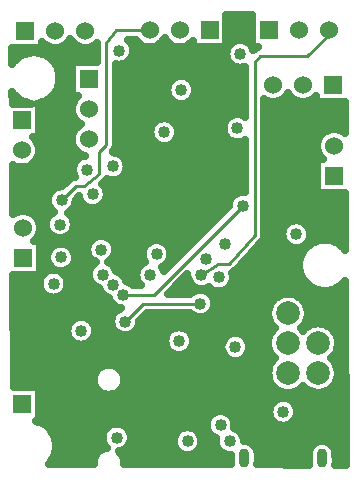
<source format=gbr>
G04 DipTrace 3.3.1.3*
G04 Signal_2.gbr*
%MOIN*%
G04 #@! TF.FileFunction,Copper,L3,Inr*
G04 #@! TF.Part,Single*
G04 #@! TA.AperFunction,Conductor*
%ADD10C,0.009843*%
G04 #@! TA.AperFunction,ViaPad*
%ADD15C,0.04*%
G04 #@! TA.AperFunction,CopperBalancing*
%ADD18C,0.025*%
G04 #@! TA.AperFunction,ComponentPad*
%ADD19R,0.06X0.06*%
%ADD20C,0.06*%
%ADD30C,0.07874*%
%ADD36O,0.035433X0.062992*%
%FSLAX26Y26*%
G04*
G70*
G90*
G75*
G01*
G04 Inner2*
%LPD*%
X801876Y1003163D2*
D10*
X905906D1*
X1202535Y1299792D1*
X1060445Y973170D2*
X870522D1*
X810545Y913193D1*
X1489764Y1884823D2*
Y1869480D1*
X1417716Y1797431D1*
X1260636D1*
X1242071Y1778867D1*
Y1200119D1*
X1156145Y1105907D1*
X1121059D1*
X1064375Y1068170D1*
X599254Y1317634D2*
X646525Y1364906D1*
X674348D1*
X723942Y1405719D1*
Y1478740D1*
X747932Y1502730D1*
Y1842428D1*
X779321Y1883432D1*
X891452D1*
D15*
X1141493Y1171112D3*
X734936Y1069873D3*
X596441Y1127317D3*
X592556Y1236440D3*
X990044Y847927D3*
X1122222Y1060276D3*
X990044Y847927D3*
X663662Y882224D3*
X894247Y1068376D3*
X730060Y1152759D3*
X571569Y1039275D3*
X940961Y1544386D3*
X801876Y1003163D3*
X1202535Y1299792D3*
X1184077Y1557368D3*
X1060445Y973170D3*
X810545Y913193D3*
X768504Y1430125D3*
X1079697Y1120798D3*
X789701Y1816054D3*
X702187Y1337144D3*
X1193529Y1805510D3*
X1159645Y514100D3*
X1018216D3*
X1337621Y611970D3*
X1128228Y568003D3*
X1064375Y1068170D3*
X599254Y1317634D3*
X768810Y1036218D3*
X915378Y1137951D3*
X1177705Y828397D3*
X1231464Y729365D3*
X782224Y526405D3*
X507035Y820890D3*
X832856Y1226338D3*
X704691Y1112682D3*
X996968Y1684810D3*
X682342Y1419672D3*
X1350764Y1537920D3*
X1101957Y1773277D3*
X1380666Y1204141D3*
X1164016Y1360335D3*
X977624Y564742D3*
X1057829Y855380D3*
X1150456Y1911217D2*
D18*
X1230789D1*
X1150456Y1886348D2*
X1230789D1*
X1150456Y1861480D2*
X1230789D1*
X614490Y1836611D2*
X641463D1*
X833886D2*
X857342D1*
X925570D2*
X957352D1*
X436541Y1811742D2*
X714021D1*
X838479D2*
X1144954D1*
X567267Y1786873D2*
X714021D1*
X828396D2*
X1148435D1*
X585424Y1762004D2*
X630231D1*
X781854D2*
X1174630D1*
X593032Y1737136D2*
X630231D1*
X781854D2*
X1208146D1*
X592996Y1712267D2*
X630231D1*
X781854D2*
X956957D1*
X1036991D2*
X1208146D1*
X585316Y1687398D2*
X630231D1*
X781854D2*
X948058D1*
X1045890D2*
X1208146D1*
X567015Y1662529D2*
X649250D1*
X781854D2*
X953655D1*
X1040256D2*
X1208146D1*
X1345379D2*
X1360008D1*
X525641Y1637661D2*
X632959D1*
X781854D2*
X1208146D1*
X1275979D2*
X1540505D1*
X525641Y1612792D2*
X630698D1*
X781854D2*
X1208146D1*
X1275979D2*
X1540541D1*
X525641Y1587923D2*
X640351D1*
X781854D2*
X922149D1*
X959768D2*
X1146533D1*
X1275979D2*
X1540577D1*
X525641Y1563054D2*
X649860D1*
X781854D2*
X895882D1*
X986035D2*
X1135445D1*
X1275979D2*
X1540613D1*
X525641Y1538186D2*
X633138D1*
X781854D2*
X892401D1*
X989552D2*
X1139213D1*
X1275979D2*
X1465041D1*
X517029Y1513317D2*
X630626D1*
X781854D2*
X903884D1*
X978033D2*
X1166736D1*
X1275979D2*
X1450221D1*
X525390Y1488448D2*
X639992D1*
X778409D2*
X1208146D1*
X1275979D2*
X1448821D1*
X522053Y1463579D2*
X664572D1*
X803277D2*
X1208146D1*
X1275979D2*
X1459587D1*
X503788Y1438710D2*
X637444D1*
X816698D2*
X1208146D1*
X1275979D2*
X1448032D1*
X438442Y1413842D2*
X633712D1*
X814545D2*
X1208146D1*
X1275979D2*
X1448032D1*
X438550Y1388973D2*
X623844D1*
X792619D2*
X1208146D1*
X1275979D2*
X1448032D1*
X438658Y1364104D2*
X595388D1*
X742561D2*
X1208146D1*
X1275979D2*
X1448032D1*
X438801Y1339235D2*
X555592D1*
X751137D2*
X1175420D1*
X1275979D2*
X1540936D1*
X438909Y1314367D2*
X550389D1*
X745216D2*
X1155899D1*
X1275979D2*
X1541008D1*
X439017Y1289498D2*
X559755D1*
X638748D2*
X1145313D1*
X1275979D2*
X1541044D1*
X511969Y1264629D2*
X553080D1*
X632038D2*
X1120445D1*
X1275979D2*
X1541080D1*
X526179Y1239760D2*
X543679D1*
X641439D2*
X1095577D1*
X1275979D2*
X1348274D1*
X1413057D2*
X1541115D1*
X527184Y1214892D2*
X548846D1*
X636236D2*
X1070710D1*
X1275979D2*
X1332951D1*
X1428379D2*
X1541151D1*
X515916Y1190023D2*
X699775D1*
X760359D2*
X1045842D1*
X1274329D2*
X1333884D1*
X1427446D2*
X1541187D1*
X528117Y1165154D2*
X566932D1*
X625937D2*
X682766D1*
X777369D2*
X875177D1*
X955569D2*
X1020974D1*
X1255202D2*
X1352831D1*
X528117Y1140285D2*
X549312D1*
X643592D2*
X682766D1*
X777333D2*
X866457D1*
X964325D2*
X996106D1*
X1232524D2*
X1397399D1*
X528117Y1115417D2*
X548990D1*
X643879D2*
X699883D1*
X760252D2*
X872198D1*
X958548D2*
X971239D1*
X1209845D2*
X1388895D1*
X528117Y1090548D2*
X565496D1*
X627373D2*
X690804D1*
X779091D2*
X850883D1*
X1187166D2*
X1388177D1*
X440093Y1065679D2*
X530796D1*
X612337D2*
X686139D1*
X807260D2*
X845321D1*
X1170910D2*
X1394995D1*
X440201Y1040810D2*
X522615D1*
X620519D2*
X696151D1*
X831661D2*
X854328D1*
X990485D2*
X1024276D1*
X1166927D2*
X1411861D1*
X440344Y1015941D2*
X528858D1*
X614275D2*
X724463D1*
X965617D2*
X1039742D1*
X1081164D2*
X1105733D1*
X1138722D2*
X1460125D1*
X1491177D2*
X1541438D1*
X440452Y991073D2*
X754498D1*
X1105852D2*
X1309160D1*
X1397878D2*
X1541474D1*
X440560Y966204D2*
X771184D1*
X1108903D2*
X1290500D1*
X1416538D2*
X1541510D1*
X440703Y941335D2*
X771041D1*
X885595D2*
X1024060D1*
X1096810D2*
X1285189D1*
X1421884D2*
X1541546D1*
X440811Y916466D2*
X629729D1*
X697598D2*
X761675D1*
X860728D2*
X1289603D1*
X1417471D2*
X1541582D1*
X440918Y891598D2*
X615626D1*
X711701D2*
X766878D1*
X854197D2*
X971598D1*
X1008499D2*
X1306612D1*
X1498425D2*
X1541618D1*
X441026Y866729D2*
X617313D1*
X709978D2*
X806530D1*
X814581D2*
X945043D1*
X1035053D2*
X1148901D1*
X1206508D2*
X1289711D1*
X1516978D2*
X1541654D1*
X441170Y841860D2*
X638090D1*
X689237D2*
X941455D1*
X1038641D2*
X1130708D1*
X1224701D2*
X1284436D1*
X1522288D2*
X1541690D1*
X441277Y816991D2*
X952830D1*
X1027230D2*
X1130134D1*
X1225275D2*
X1288921D1*
X1517803D2*
X1541726D1*
X441385Y792123D2*
X1146138D1*
X1209271D2*
X1306038D1*
X1500722D2*
X1541797D1*
X441528Y767254D2*
X739786D1*
X772201D2*
X1290823D1*
X1516690D2*
X1541833D1*
X441636Y742385D2*
X709141D1*
X802846D2*
X1285046D1*
X1522181D2*
X1541869D1*
X441744Y717516D2*
X703399D1*
X808588D2*
X1289065D1*
X1517946D2*
X1541905D1*
X525497Y692648D2*
X710899D1*
X801088D2*
X1305321D1*
X1501224D2*
X1541941D1*
X525497Y667779D2*
X1541977D1*
X525497Y642910D2*
X1300440D1*
X1374804D2*
X1542013D1*
X525497Y618041D2*
X1289029D1*
X1386216D2*
X1542048D1*
X525497Y593172D2*
X1086642D1*
X1169798D2*
X1292618D1*
X1382627D2*
X1542084D1*
X546239Y568304D2*
X759594D1*
X804856D2*
X1079250D1*
X1177226D2*
X1319172D1*
X1356073D2*
X1542120D1*
X569671Y543435D2*
X736449D1*
X827965D2*
X979636D1*
X1056799D2*
X1086248D1*
X1198218D2*
X1542156D1*
X580113Y518566D2*
X733901D1*
X830549D2*
X969445D1*
X1066990D2*
X1110864D1*
X1208409D2*
X1542192D1*
X582410Y493697D2*
X746675D1*
X817774D2*
X973930D1*
X1062504D2*
X1115386D1*
X1247738D2*
X1427147D1*
X1507396D2*
X1542228D1*
X577278Y468829D2*
X710289D1*
X801698D2*
X1005149D1*
X1031285D2*
X1146569D1*
X1254234D2*
X1420545D1*
X1513963D2*
X1542264D1*
X562996Y443960D2*
X703399D1*
X808588D2*
X1160815D1*
X1254234D2*
X1420545D1*
X1513963D2*
X1542300D1*
X434876Y1639826D2*
X496238D1*
X485914Y1641648D1*
X479449Y1643471D1*
X473147Y1645796D1*
X467047Y1648608D1*
X461187Y1651890D1*
X455602Y1655622D1*
X450327Y1659780D1*
X445395Y1664339D1*
X440835Y1669272D1*
X434680Y1677536D1*
X434861Y1639818D1*
X716533Y1840496D2*
X711179Y1836021D1*
X703621Y1831390D1*
X695432Y1827998D1*
X686812Y1825928D1*
X677976Y1825233D1*
X669139Y1825928D1*
X660519Y1827998D1*
X652330Y1831390D1*
X644772Y1836021D1*
X638031Y1841778D1*
X632275Y1848519D1*
X627961Y1855457D1*
X623677Y1848519D1*
X617920Y1841778D1*
X611179Y1836021D1*
X603621Y1831390D1*
X595432Y1827998D1*
X586812Y1825928D1*
X577976Y1825233D1*
X569139Y1825928D1*
X560519Y1827998D1*
X552330Y1831390D1*
X544772Y1836021D1*
X538031Y1841778D1*
X534465Y1845666D1*
Y1825233D1*
X433954D1*
X434233Y1771583D1*
X440835Y1780385D1*
X445395Y1785318D1*
X450327Y1789877D1*
X455602Y1794036D1*
X461187Y1797767D1*
X467047Y1801049D1*
X473147Y1803862D1*
X479449Y1806186D1*
X485914Y1808010D1*
X492502Y1809320D1*
X499172Y1810110D1*
X505884Y1810373D1*
X512595Y1810110D1*
X519266Y1809320D1*
X525854Y1808010D1*
X532318Y1806186D1*
X538620Y1803862D1*
X544720Y1801049D1*
X550581Y1797767D1*
X556166Y1794036D1*
X561441Y1789877D1*
X566373Y1785318D1*
X570932Y1780385D1*
X575091Y1775110D1*
X578823Y1769526D1*
X582105Y1763665D1*
X584917Y1757565D1*
X587241Y1751263D1*
X589065Y1744799D1*
X590375Y1738211D1*
X591165Y1731540D1*
X591428Y1724829D1*
X591165Y1718117D1*
X590375Y1711446D1*
X589065Y1704859D1*
X587241Y1698394D1*
X584917Y1692092D1*
X582105Y1685992D1*
X578823Y1680132D1*
X575091Y1674547D1*
X570932Y1669272D1*
X566373Y1664339D1*
X561441Y1659780D1*
X556166Y1655622D1*
X550581Y1651890D1*
X544720Y1648608D1*
X538620Y1645796D1*
X532318Y1643471D1*
X525854Y1641648D1*
X514967Y1639828D1*
X523130Y1639826D1*
Y1526847D1*
X502641D1*
X506585Y1523281D1*
X512342Y1516540D1*
X516973Y1508982D1*
X520366Y1500793D1*
X522435Y1492173D1*
X523130Y1483336D1*
X522435Y1474500D1*
X520366Y1465880D1*
X516973Y1457691D1*
X512342Y1450133D1*
X506585Y1443392D1*
X499845Y1437636D1*
X492287Y1433004D1*
X484097Y1429612D1*
X475478Y1427542D1*
X466641Y1426847D1*
X457804Y1427542D1*
X449185Y1429612D1*
X440995Y1433004D1*
X435843Y1436028D1*
X436615Y1271291D1*
X443494Y1275417D1*
X451683Y1278809D1*
X460303Y1280879D1*
X469140Y1281574D1*
X477977Y1280879D1*
X486596Y1278809D1*
X494785Y1275417D1*
X502343Y1270785D1*
X509084Y1265029D1*
X514841Y1258288D1*
X519472Y1250730D1*
X522864Y1242541D1*
X524934Y1233921D1*
X525629Y1225085D1*
X524934Y1216248D1*
X522864Y1207628D1*
X519472Y1199439D1*
X514841Y1191881D1*
X509084Y1185140D1*
X505133Y1181583D1*
X525629Y1181574D1*
Y1068595D1*
X437605D1*
X439359Y695141D1*
X522994Y695132D1*
Y582153D1*
X511690D1*
X520914Y579722D1*
X527216Y577397D1*
X533316Y574585D1*
X539176Y571303D1*
X544761Y567571D1*
X550036Y563413D1*
X554969Y558853D1*
X559528Y553921D1*
X563687Y548646D1*
X567418Y543061D1*
X570700Y537200D1*
X573512Y531101D1*
X575837Y524799D1*
X577661Y518334D1*
X578971Y511746D1*
X579760Y505076D1*
X580024Y498364D1*
X579760Y491652D1*
X578971Y484982D1*
X577661Y478394D1*
X575837Y471929D1*
X573512Y465628D1*
X570700Y459528D1*
X567418Y453667D1*
X563687Y448082D1*
X556198Y439204D1*
X706102Y438650D1*
X706036Y447392D1*
X707266Y455158D1*
X709696Y462637D1*
X713266Y469643D1*
X717888Y476005D1*
X723448Y481565D1*
X729809Y486187D1*
X736816Y489757D1*
X744294Y492187D1*
X749756Y493144D1*
X744613Y499079D1*
X740801Y505299D1*
X738009Y512039D1*
X736306Y519132D1*
X735734Y526405D1*
X736306Y533677D1*
X738009Y540771D1*
X740801Y547511D1*
X744613Y553731D1*
X749351Y559278D1*
X754898Y564016D1*
X761118Y567827D1*
X767858Y570619D1*
X774951Y572322D1*
X782224Y572894D1*
X789496Y572322D1*
X796590Y570619D1*
X803329Y567827D1*
X809549Y564016D1*
X815097Y559278D1*
X819834Y553731D1*
X823646Y547511D1*
X826438Y540771D1*
X828141Y533677D1*
X828713Y526405D1*
X828141Y519132D1*
X826438Y512039D1*
X823646Y505299D1*
X819834Y499079D1*
X815097Y493532D1*
X809549Y488794D1*
X803329Y484982D1*
X796590Y482191D1*
X789706Y480529D1*
X794098Y476005D1*
X798720Y469643D1*
X802290Y462637D1*
X804720Y455158D1*
X805950Y447392D1*
Y439528D1*
X805803Y438292D1*
X1163766Y436950D1*
X1163321Y443084D1*
X1163292Y467754D1*
X1155997D1*
X1148792Y468895D1*
X1141854Y471150D1*
X1135354Y474461D1*
X1129452Y478749D1*
X1124294Y483908D1*
X1120006Y489810D1*
X1116694Y496310D1*
X1114440Y503248D1*
X1113299Y510453D1*
Y517748D1*
X1114187Y523680D1*
X1107122Y526581D1*
X1100902Y530392D1*
X1095355Y535130D1*
X1090617Y540677D1*
X1086805Y546897D1*
X1084013Y553637D1*
X1082310Y560731D1*
X1081738Y568003D1*
X1082310Y575276D1*
X1084013Y582369D1*
X1086805Y589109D1*
X1090617Y595329D1*
X1095355Y600876D1*
X1100902Y605614D1*
X1107122Y609426D1*
X1113862Y612217D1*
X1120955Y613920D1*
X1128228Y614493D1*
X1135500Y613920D1*
X1142594Y612217D1*
X1149333Y609426D1*
X1155553Y605614D1*
X1161101Y600876D1*
X1165838Y595329D1*
X1169650Y589109D1*
X1172442Y582369D1*
X1174145Y575276D1*
X1174717Y568003D1*
X1174145Y560731D1*
X1173686Y558423D1*
X1180751Y555523D1*
X1186971Y551711D1*
X1192518Y546973D1*
X1197256Y541426D1*
X1201067Y535206D1*
X1203859Y528466D1*
X1205562Y521373D1*
X1206107Y514798D1*
X1210995Y514699D1*
X1217846Y513614D1*
X1224444Y511470D1*
X1230624Y508321D1*
X1236236Y504244D1*
X1241141Y499339D1*
X1245219Y493727D1*
X1248368Y487546D1*
X1250511Y480949D1*
X1251597Y474097D1*
X1251733Y443070D1*
X1251244Y436626D1*
X1423605Y436029D1*
X1423061Y442958D1*
X1423197Y473972D1*
X1424282Y480823D1*
X1426426Y487420D1*
X1429575Y493601D1*
X1433652Y499213D1*
X1438557Y504118D1*
X1444169Y508195D1*
X1450350Y511344D1*
X1456947Y513488D1*
X1463799Y514573D1*
X1470735D1*
X1477587Y513488D1*
X1484184Y511344D1*
X1490365Y508195D1*
X1495976Y504118D1*
X1500881Y499213D1*
X1504959Y493601D1*
X1508108Y487420D1*
X1510252Y480823D1*
X1511337Y473972D1*
X1511473Y442944D1*
X1510857Y435670D1*
X1544853Y435535D1*
X1543892Y1048897D1*
X1536130Y1040000D1*
X1531198Y1035440D1*
X1525923Y1031282D1*
X1520338Y1027550D1*
X1514477Y1024268D1*
X1508377Y1021456D1*
X1502076Y1019131D1*
X1495611Y1017308D1*
X1489023Y1015997D1*
X1482353Y1015208D1*
X1475641Y1014944D1*
X1468929Y1015208D1*
X1462259Y1015997D1*
X1455671Y1017308D1*
X1449206Y1019131D1*
X1442904Y1021456D1*
X1436805Y1024268D1*
X1430944Y1027550D1*
X1425359Y1031282D1*
X1420084Y1035440D1*
X1415152Y1040000D1*
X1410592Y1044932D1*
X1406434Y1050207D1*
X1402702Y1055792D1*
X1399420Y1061652D1*
X1396608Y1067752D1*
X1394283Y1074054D1*
X1392460Y1080519D1*
X1391150Y1087107D1*
X1390360Y1093777D1*
X1390096Y1100489D1*
X1390360Y1107200D1*
X1391150Y1113871D1*
X1392460Y1120459D1*
X1394283Y1126923D1*
X1396608Y1133225D1*
X1399420Y1139325D1*
X1402702Y1145186D1*
X1406434Y1150771D1*
X1410592Y1156046D1*
X1415152Y1160978D1*
X1420084Y1165537D1*
X1425359Y1169696D1*
X1430944Y1173427D1*
X1436805Y1176710D1*
X1442904Y1179522D1*
X1449206Y1181846D1*
X1455671Y1183670D1*
X1462259Y1184980D1*
X1468929Y1185770D1*
X1475641Y1186033D1*
X1482353Y1185770D1*
X1489023Y1184980D1*
X1495611Y1183670D1*
X1502076Y1181846D1*
X1508377Y1179522D1*
X1514477Y1176710D1*
X1520338Y1173427D1*
X1525923Y1169696D1*
X1531198Y1165537D1*
X1536130Y1160978D1*
X1543727Y1152192D1*
X1543450Y1341281D1*
X1450541Y1341303D1*
Y1454282D1*
X1471031D1*
X1467087Y1457849D1*
X1461330Y1464589D1*
X1456698Y1472147D1*
X1453306Y1480337D1*
X1451237Y1488956D1*
X1450541Y1497793D1*
X1451237Y1506630D1*
X1453306Y1515249D1*
X1456698Y1523439D1*
X1461330Y1530997D1*
X1467087Y1537737D1*
X1473827Y1543494D1*
X1481385Y1548126D1*
X1489574Y1551518D1*
X1498194Y1553587D1*
X1507031Y1554283D1*
X1515868Y1553587D1*
X1524487Y1551518D1*
X1532676Y1548126D1*
X1540234Y1543494D1*
X1543160Y1541188D1*
X1542990Y1645722D1*
X1446201Y1645751D1*
Y1666241D1*
X1442635Y1662297D1*
X1435895Y1656540D1*
X1428337Y1651908D1*
X1420147Y1648516D1*
X1411528Y1646447D1*
X1402691Y1645751D1*
X1393854Y1646447D1*
X1385235Y1648516D1*
X1377045Y1651908D1*
X1369487Y1656540D1*
X1362747Y1662297D1*
X1356990Y1669037D1*
X1352705Y1675975D1*
X1348392Y1669037D1*
X1342635Y1662297D1*
X1335895Y1656540D1*
X1328337Y1651908D1*
X1320147Y1648516D1*
X1311528Y1646447D1*
X1302691Y1645751D1*
X1293854Y1646447D1*
X1285235Y1648516D1*
X1277045Y1651908D1*
X1273493Y1653898D1*
X1273466Y1199096D1*
X1272919Y1194198D1*
X1271613Y1189445D1*
X1269579Y1184955D1*
X1266868Y1180839D1*
X1221947Y1131441D1*
X1178356Y1083696D1*
X1174608Y1080495D1*
X1170405Y1077920D1*
X1168156Y1076884D1*
X1166436Y1074642D1*
X1168139Y1067549D1*
X1168712Y1060276D1*
X1168139Y1053004D1*
X1166436Y1045910D1*
X1163645Y1039170D1*
X1159833Y1032950D1*
X1155095Y1027403D1*
X1149548Y1022665D1*
X1143328Y1018854D1*
X1136588Y1016062D1*
X1129495Y1014359D1*
X1122222Y1013787D1*
X1114950Y1014359D1*
X1107856Y1016062D1*
X1101117Y1018854D1*
X1094896Y1022665D1*
X1089349Y1027403D1*
X1088430Y1028398D1*
X1082165Y1025219D1*
X1075227Y1022965D1*
X1068022Y1021824D1*
X1060727D1*
X1053522Y1022965D1*
X1046584Y1025219D1*
X1040084Y1028531D1*
X1034182Y1032819D1*
X1029024Y1037977D1*
X1024736Y1043879D1*
X1021424Y1050379D1*
X1019170Y1057317D1*
X1018028Y1064522D1*
X1017990Y1070834D1*
X951747Y1004583D1*
X1026151Y1004581D1*
X1030253Y1008521D1*
X1036155Y1012809D1*
X1042655Y1016121D1*
X1049593Y1018375D1*
X1056798Y1019516D1*
X1064093D1*
X1071298Y1018375D1*
X1078236Y1016121D1*
X1084736Y1012809D1*
X1090638Y1008521D1*
X1095796Y1003362D1*
X1100084Y997461D1*
X1103396Y990961D1*
X1105650Y984023D1*
X1106792Y976817D1*
Y969522D1*
X1105650Y962317D1*
X1103396Y955379D1*
X1100084Y948879D1*
X1095796Y942977D1*
X1090638Y937819D1*
X1084736Y933531D1*
X1078236Y930219D1*
X1071298Y927965D1*
X1064093Y926824D1*
X1056798D1*
X1049593Y927965D1*
X1042655Y930219D1*
X1036155Y933531D1*
X1030253Y937819D1*
X1026227Y941752D1*
X883500Y941759D1*
X856980Y915207D1*
X856891Y909546D1*
X855750Y902341D1*
X853496Y895403D1*
X850184Y888903D1*
X845896Y883001D1*
X840738Y877843D1*
X834836Y873555D1*
X828336Y870243D1*
X821398Y867988D1*
X814193Y866847D1*
X806898D1*
X799692Y867988D1*
X792754Y870243D1*
X786254Y873555D1*
X780353Y877843D1*
X775194Y883001D1*
X770906Y888903D1*
X767594Y895403D1*
X765340Y902341D1*
X764199Y909546D1*
Y916841D1*
X765340Y924046D1*
X767594Y930984D1*
X770906Y937484D1*
X775194Y943386D1*
X780353Y948544D1*
X786254Y952832D1*
X792754Y956144D1*
X795417Y957126D1*
X787510Y958949D1*
X780770Y961741D1*
X774550Y965552D1*
X769003Y970290D1*
X764265Y975837D1*
X760453Y982057D1*
X757662Y988797D1*
X756969Y991254D1*
X751019Y993268D1*
X744520Y996580D1*
X738618Y1000867D1*
X733459Y1006026D1*
X729171Y1011928D1*
X725860Y1018428D1*
X723779Y1024748D1*
X717145Y1026923D1*
X710646Y1030234D1*
X704744Y1034522D1*
X699585Y1039681D1*
X695297Y1045583D1*
X691986Y1052082D1*
X689731Y1059020D1*
X688590Y1066226D1*
Y1073521D1*
X689731Y1080726D1*
X691986Y1087664D1*
X695297Y1094164D1*
X699585Y1100066D1*
X704744Y1105224D1*
X710646Y1109512D1*
X711653Y1110076D1*
X705769Y1113120D1*
X699867Y1117408D1*
X694709Y1122567D1*
X690421Y1128468D1*
X687109Y1134968D1*
X684855Y1141906D1*
X683713Y1149112D1*
Y1156407D1*
X684855Y1163612D1*
X687109Y1170550D1*
X690421Y1177050D1*
X694709Y1182952D1*
X699867Y1188110D1*
X705769Y1192398D1*
X712269Y1195710D1*
X719207Y1197964D1*
X726412Y1199105D1*
X733707D1*
X740912Y1197964D1*
X747850Y1195710D1*
X754350Y1192398D1*
X760252Y1188110D1*
X765410Y1182952D1*
X769698Y1177050D1*
X773010Y1170550D1*
X775265Y1163612D1*
X776406Y1156407D1*
Y1149112D1*
X775265Y1141906D1*
X773010Y1134968D1*
X769698Y1128468D1*
X765410Y1122567D1*
X760252Y1117408D1*
X754350Y1113120D1*
X753343Y1112556D1*
X759227Y1109512D1*
X765129Y1105224D1*
X770287Y1100066D1*
X774575Y1094164D1*
X777887Y1087664D1*
X779967Y1081344D1*
X786601Y1079169D1*
X793101Y1075857D1*
X799003Y1071569D1*
X804161Y1066411D1*
X808449Y1060509D1*
X811761Y1054009D1*
X813717Y1048128D1*
X819667Y1046114D1*
X826167Y1042802D1*
X832068Y1038514D1*
X836094Y1034581D1*
X862341Y1034574D1*
X858896Y1038183D1*
X854608Y1044085D1*
X851297Y1050585D1*
X849042Y1057523D1*
X847901Y1064728D1*
Y1072023D1*
X849042Y1079229D1*
X851297Y1086167D1*
X854608Y1092667D1*
X858896Y1098568D1*
X864055Y1103727D1*
X869957Y1108015D1*
X877112Y1111568D1*
X873956Y1116845D1*
X871164Y1123585D1*
X869461Y1130678D1*
X868889Y1137951D1*
X869461Y1145223D1*
X871164Y1152317D1*
X873956Y1159056D1*
X877768Y1165276D1*
X882505Y1170824D1*
X888053Y1175561D1*
X894273Y1179373D1*
X901012Y1182165D1*
X908106Y1183868D1*
X915378Y1184440D1*
X922651Y1183868D1*
X929745Y1182165D1*
X936484Y1179373D1*
X942704Y1175561D1*
X948252Y1170824D1*
X952989Y1165276D1*
X956801Y1159056D1*
X959593Y1152317D1*
X961296Y1145223D1*
X961868Y1137951D1*
X961296Y1130678D1*
X959593Y1123585D1*
X956801Y1116845D1*
X952989Y1110625D1*
X948252Y1105078D1*
X942704Y1100340D1*
X936484Y1096528D1*
X932514Y1094758D1*
X935670Y1089482D1*
X938461Y1082742D1*
X939030Y1080725D1*
X1156085Y1297763D1*
X1156188Y1303439D1*
X1157330Y1310645D1*
X1159584Y1317583D1*
X1162896Y1324083D1*
X1167184Y1329984D1*
X1172342Y1335143D1*
X1178244Y1339431D1*
X1184744Y1342743D1*
X1191682Y1344997D1*
X1198887Y1346138D1*
X1206182D1*
X1210660Y1345539D1*
X1210661Y1519238D1*
X1205182Y1515946D1*
X1198443Y1513154D1*
X1191349Y1511451D1*
X1184077Y1510878D1*
X1176804Y1511451D1*
X1169711Y1513154D1*
X1162971Y1515946D1*
X1156751Y1519757D1*
X1151204Y1524495D1*
X1146466Y1530042D1*
X1142654Y1536262D1*
X1139862Y1543002D1*
X1138160Y1550095D1*
X1137587Y1557368D1*
X1138160Y1564641D1*
X1139862Y1571734D1*
X1142654Y1578474D1*
X1146466Y1584694D1*
X1151204Y1590241D1*
X1156751Y1594979D1*
X1162971Y1598790D1*
X1169711Y1601582D1*
X1176804Y1603285D1*
X1184077Y1603857D1*
X1191349Y1603285D1*
X1198443Y1601582D1*
X1205182Y1598790D1*
X1210656Y1595478D1*
X1210661Y1762317D1*
X1204382Y1760305D1*
X1197177Y1759164D1*
X1189882D1*
X1182677Y1760305D1*
X1175739Y1762559D1*
X1169239Y1765871D1*
X1163337Y1770159D1*
X1158179Y1775317D1*
X1153891Y1781219D1*
X1150579Y1787719D1*
X1148324Y1794657D1*
X1147183Y1801862D1*
Y1809157D1*
X1148324Y1816362D1*
X1150579Y1823300D1*
X1153891Y1829800D1*
X1158179Y1835702D1*
X1163337Y1840861D1*
X1169239Y1845149D1*
X1175739Y1848460D1*
X1182677Y1850715D1*
X1189882Y1851856D1*
X1197177D1*
X1204382Y1850715D1*
X1211320Y1848460D1*
X1217820Y1845149D1*
X1223722Y1840861D1*
X1228880Y1835702D1*
X1233168Y1829800D1*
X1236480Y1823300D1*
X1237949Y1819148D1*
X1242173Y1822843D1*
X1246376Y1825418D1*
X1250929Y1827304D1*
X1254390Y1828334D1*
X1234036D1*
X1233275Y1829590D1*
Y1934730D1*
X1147910Y1934394D1*
X1147942Y1826943D1*
X1034963D1*
Y1847433D1*
X1031396Y1843488D1*
X1024656Y1837731D1*
X1017098Y1833100D1*
X1008908Y1829708D1*
X1000289Y1827638D1*
X991452Y1826943D1*
X982615Y1827638D1*
X973996Y1829708D1*
X965806Y1833100D1*
X958248Y1837731D1*
X951508Y1843488D1*
X945751Y1850229D1*
X941467Y1857167D1*
X937153Y1850229D1*
X931396Y1843488D1*
X924656Y1837731D1*
X917098Y1833100D1*
X908908Y1829708D1*
X900289Y1827638D1*
X891452Y1826943D1*
X882615Y1827638D1*
X873996Y1829708D1*
X865806Y1833100D1*
X858248Y1837731D1*
X851508Y1843488D1*
X845751Y1850229D1*
X844548Y1852029D1*
X819145Y1852021D1*
X825052Y1846247D1*
X829340Y1840345D1*
X832652Y1833845D1*
X834906Y1826907D1*
X836048Y1819702D1*
Y1812407D1*
X834906Y1805202D1*
X832652Y1798264D1*
X829340Y1791764D1*
X825052Y1785862D1*
X819894Y1780703D1*
X813992Y1776416D1*
X807492Y1773104D1*
X800554Y1770849D1*
X793349Y1769708D1*
X786054D1*
X779338Y1770752D1*
X779247Y1500266D1*
X778475Y1495397D1*
X776952Y1490710D1*
X774715Y1486318D1*
X771817Y1482330D1*
X770136Y1480513D1*
X768504Y1476615D1*
X775777Y1476042D1*
X782871Y1474339D1*
X789610Y1471548D1*
X795830Y1467736D1*
X801378Y1462998D1*
X806115Y1457451D1*
X809927Y1451231D1*
X812719Y1444491D1*
X814422Y1437398D1*
X814994Y1430125D1*
X814422Y1422853D1*
X812719Y1415759D1*
X809927Y1409019D1*
X806115Y1402799D1*
X801378Y1397252D1*
X795830Y1392514D1*
X789610Y1388703D1*
X782871Y1385911D1*
X775777Y1384208D1*
X768504Y1383636D1*
X761232Y1384208D1*
X754138Y1385911D1*
X749639Y1387670D1*
X746153Y1383508D1*
X732680Y1372230D1*
X737538Y1367336D1*
X741826Y1361434D1*
X745138Y1354934D1*
X747392Y1347996D1*
X748533Y1340791D1*
Y1333496D1*
X747392Y1326291D1*
X745138Y1319353D1*
X741826Y1312853D1*
X737538Y1306951D1*
X732379Y1301793D1*
X726478Y1297505D1*
X719978Y1294193D1*
X713040Y1291939D1*
X705834Y1290797D1*
X698539D1*
X691334Y1291939D1*
X684396Y1294193D1*
X677896Y1297505D1*
X671994Y1301793D1*
X666836Y1306951D1*
X662548Y1312853D1*
X659236Y1319353D1*
X656982Y1326291D1*
X656231Y1330197D1*
X645722Y1319681D1*
X645600Y1313987D1*
X644459Y1306782D1*
X642205Y1299844D1*
X638893Y1293344D1*
X634605Y1287442D1*
X629446Y1282283D1*
X623545Y1277996D1*
X618197Y1275215D1*
X622748Y1271791D1*
X627907Y1266633D1*
X632194Y1260731D1*
X635506Y1254231D1*
X637761Y1247293D1*
X638902Y1240088D1*
Y1232793D1*
X637761Y1225587D1*
X635506Y1218649D1*
X632194Y1212149D1*
X627907Y1206248D1*
X622748Y1201089D1*
X616846Y1196801D1*
X610346Y1193489D1*
X603408Y1191235D1*
X596203Y1190094D1*
X588908D1*
X581703Y1191235D1*
X574765Y1193489D1*
X568265Y1196801D1*
X562363Y1201089D1*
X557205Y1206248D1*
X552917Y1212149D1*
X549605Y1218649D1*
X547351Y1225587D1*
X546209Y1232793D1*
Y1240088D1*
X547351Y1247293D1*
X549605Y1254231D1*
X552917Y1260731D1*
X557205Y1266633D1*
X562363Y1271791D1*
X568265Y1276079D1*
X573612Y1278860D1*
X569061Y1282283D1*
X563903Y1287442D1*
X559615Y1293344D1*
X556303Y1299844D1*
X554049Y1306782D1*
X552908Y1313987D1*
Y1321282D1*
X554049Y1328487D1*
X556303Y1335425D1*
X559615Y1341925D1*
X563903Y1347827D1*
X569061Y1352985D1*
X574963Y1357273D1*
X581463Y1360585D1*
X588401Y1362839D1*
X595606Y1363981D1*
X601234Y1364046D1*
X626125Y1388791D1*
X630113Y1391688D1*
X634505Y1393925D1*
X639192Y1395449D1*
X641621Y1395931D1*
X640919Y1398567D1*
X638128Y1405306D1*
X636425Y1412400D1*
X635852Y1419672D1*
X636425Y1426945D1*
X638128Y1434038D1*
X640919Y1440778D1*
X644731Y1446998D1*
X649469Y1452545D1*
X655016Y1457283D1*
X661236Y1461095D1*
X667976Y1463887D1*
X674971Y1465570D1*
X667586Y1468046D1*
X659688Y1472070D1*
X652517Y1477280D1*
X646249Y1483548D1*
X641039Y1490720D1*
X637014Y1498618D1*
X634275Y1507048D1*
X632889Y1515803D1*
Y1524668D1*
X634275Y1533423D1*
X637014Y1541853D1*
X641039Y1549751D1*
X646249Y1556922D1*
X652517Y1563190D1*
X659688Y1568401D1*
X662938Y1570221D1*
X656000Y1574534D1*
X649260Y1580291D1*
X643503Y1587032D1*
X638871Y1594590D1*
X635479Y1602779D1*
X633410Y1611399D1*
X632714Y1620235D1*
X633410Y1629072D1*
X635479Y1637692D1*
X638871Y1645881D1*
X643503Y1653439D1*
X649260Y1660180D1*
X653211Y1663737D1*
X632715Y1663746D1*
Y1776725D1*
X716504D1*
X716522Y1840427D1*
X805950Y715119D2*
X804720Y707352D1*
X802290Y699874D1*
X798720Y692867D1*
X794098Y686506D1*
X788537Y680945D1*
X782176Y676323D1*
X775170Y672753D1*
X767691Y670323D1*
X759924Y669093D1*
X752061D1*
X744294Y670323D1*
X736816Y672753D1*
X729809Y676323D1*
X723448Y680945D1*
X717888Y686506D1*
X713266Y692867D1*
X709696Y699874D1*
X707266Y707352D1*
X706036Y715119D1*
Y722982D1*
X707266Y730749D1*
X709696Y738227D1*
X713266Y745234D1*
X717888Y751595D1*
X723448Y757156D1*
X729809Y761778D1*
X736816Y765347D1*
X744294Y767777D1*
X752061Y769007D1*
X759924D1*
X767691Y767777D1*
X775170Y765347D1*
X782176Y761778D1*
X788537Y757156D1*
X794098Y751595D1*
X798720Y745234D1*
X802290Y738227D1*
X804720Y730749D1*
X805950Y722982D1*
Y715119D1*
X1519581Y835689D2*
X1517964Y825482D1*
X1514771Y815653D1*
X1510079Y806445D1*
X1504004Y798084D1*
X1496741Y790817D1*
X1503926Y783627D1*
X1510000Y775266D1*
X1514692Y766058D1*
X1517886Y756229D1*
X1519502Y746022D1*
Y735688D1*
X1517886Y725480D1*
X1514692Y715651D1*
X1510000Y706443D1*
X1503926Y698082D1*
X1496618Y690775D1*
X1488257Y684700D1*
X1479049Y680009D1*
X1469220Y676815D1*
X1459013Y675198D1*
X1448678D1*
X1438471Y676815D1*
X1428642Y680009D1*
X1419434Y684700D1*
X1411073Y690775D1*
X1403889Y697949D1*
X1399943Y693655D1*
X1392085Y686943D1*
X1383273Y681544D1*
X1373725Y677589D1*
X1363676Y675176D1*
X1353373Y674365D1*
X1343071Y675176D1*
X1333021Y677589D1*
X1323474Y681544D1*
X1314662Y686943D1*
X1306803Y693655D1*
X1300092Y701514D1*
X1294692Y710325D1*
X1290737Y719873D1*
X1288324Y729922D1*
X1287514Y740225D1*
X1288324Y750528D1*
X1290737Y760577D1*
X1294692Y770125D1*
X1300092Y778936D1*
X1306803Y786795D1*
X1310617Y790317D1*
X1306213Y794324D1*
X1299501Y802183D1*
X1294101Y810995D1*
X1290146Y820542D1*
X1287734Y830592D1*
X1286923Y840894D1*
X1287734Y851197D1*
X1290146Y861246D1*
X1294101Y870794D1*
X1299501Y879606D1*
X1306213Y887464D1*
X1309906Y890878D1*
X1303451Y897453D1*
X1297376Y905813D1*
X1292684Y915022D1*
X1289491Y924850D1*
X1287874Y935058D1*
Y945392D1*
X1289491Y955600D1*
X1292684Y965428D1*
X1297376Y974636D1*
X1303451Y982997D1*
X1310758Y990305D1*
X1319119Y996379D1*
X1328327Y1001071D1*
X1338156Y1004265D1*
X1348363Y1005881D1*
X1358698D1*
X1368905Y1004265D1*
X1378734Y1001071D1*
X1387942Y996379D1*
X1396303Y990305D1*
X1403611Y982997D1*
X1409685Y974636D1*
X1414377Y965428D1*
X1417571Y955600D1*
X1419187Y945392D1*
Y935058D1*
X1417571Y924850D1*
X1414377Y915022D1*
X1409685Y905813D1*
X1403611Y897453D1*
X1396407Y890241D1*
X1402863Y883667D1*
X1403350Y883048D1*
X1407355Y887426D1*
X1415213Y894138D1*
X1424025Y899537D1*
X1433573Y903492D1*
X1443622Y905905D1*
X1453924Y906716D1*
X1464227Y905905D1*
X1474276Y903492D1*
X1483824Y899537D1*
X1492636Y894138D1*
X1500494Y887426D1*
X1507206Y879567D1*
X1512606Y870756D1*
X1516561Y861208D1*
X1518973Y851159D1*
X1519784Y840856D1*
X1519581Y835689D1*
X1224051Y824749D2*
X1222910Y817544D1*
X1220656Y810606D1*
X1217344Y804106D1*
X1213056Y798204D1*
X1207898Y793046D1*
X1201996Y788758D1*
X1195496Y785446D1*
X1188558Y783192D1*
X1181353Y782051D1*
X1174058D1*
X1166852Y783192D1*
X1159914Y785446D1*
X1153415Y788758D1*
X1147513Y793046D1*
X1142354Y798204D1*
X1138066Y804106D1*
X1134755Y810606D1*
X1132500Y817544D1*
X1131359Y824749D1*
Y832044D1*
X1132500Y839250D1*
X1134755Y846188D1*
X1138066Y852688D1*
X1142354Y858589D1*
X1147513Y863748D1*
X1153415Y868036D1*
X1159914Y871348D1*
X1166852Y873602D1*
X1174058Y874743D1*
X1181353D1*
X1188558Y873602D1*
X1195496Y871348D1*
X1201996Y868036D1*
X1207898Y863748D1*
X1213056Y858589D1*
X1217344Y852688D1*
X1220656Y846188D1*
X1222910Y839250D1*
X1224051Y832044D1*
Y824749D1*
X1043314Y1681163D2*
X1042173Y1673957D1*
X1039918Y1667019D1*
X1036607Y1660520D1*
X1032319Y1654618D1*
X1027160Y1649459D1*
X1021258Y1645171D1*
X1014758Y1641860D1*
X1007820Y1639605D1*
X1000615Y1638464D1*
X993320D1*
X986115Y1639605D1*
X979177Y1641860D1*
X972677Y1645171D1*
X966775Y1649459D1*
X961617Y1654618D1*
X957329Y1660520D1*
X954017Y1667019D1*
X951763Y1673957D1*
X950622Y1681163D1*
Y1688458D1*
X951763Y1695663D1*
X954017Y1702601D1*
X957329Y1709101D1*
X961617Y1715003D1*
X966775Y1720161D1*
X972677Y1724449D1*
X979177Y1727761D1*
X986115Y1730015D1*
X993320Y1731156D1*
X1000615D1*
X1007820Y1730015D1*
X1014758Y1727761D1*
X1021258Y1724449D1*
X1027160Y1720161D1*
X1032319Y1715003D1*
X1036607Y1709101D1*
X1039918Y1702601D1*
X1042173Y1695663D1*
X1043314Y1688458D1*
Y1681163D1*
X1427012Y1200493D2*
X1425871Y1193288D1*
X1423617Y1186350D1*
X1420305Y1179850D1*
X1416017Y1173948D1*
X1410858Y1168790D1*
X1404957Y1164502D1*
X1398457Y1161190D1*
X1391519Y1158936D1*
X1384313Y1157795D1*
X1377018D1*
X1369813Y1158936D1*
X1362875Y1161190D1*
X1356375Y1164502D1*
X1350473Y1168790D1*
X1345315Y1173948D1*
X1341027Y1179850D1*
X1337715Y1186350D1*
X1335461Y1193288D1*
X1334320Y1200493D1*
Y1207788D1*
X1335461Y1214994D1*
X1337715Y1221932D1*
X1341027Y1228432D1*
X1345315Y1234333D1*
X1350473Y1239492D1*
X1356375Y1243780D1*
X1362875Y1247092D1*
X1369813Y1249346D1*
X1377018Y1250487D1*
X1384313D1*
X1391519Y1249346D1*
X1398457Y1247092D1*
X1404957Y1243780D1*
X1410858Y1239492D1*
X1416017Y1234333D1*
X1420305Y1228432D1*
X1423617Y1221932D1*
X1425871Y1214994D1*
X1427012Y1207788D1*
Y1200493D1*
X642788Y1123669D2*
X641646Y1116464D1*
X639392Y1109526D1*
X636080Y1103026D1*
X631792Y1097124D1*
X626634Y1091966D1*
X620732Y1087678D1*
X614232Y1084366D1*
X607294Y1082112D1*
X600089Y1080971D1*
X592794D1*
X591930Y1081073D1*
X598895Y1076886D1*
X604442Y1072148D1*
X609180Y1066601D1*
X612991Y1060381D1*
X615783Y1053641D1*
X617486Y1046547D1*
X618058Y1039275D1*
X617486Y1032002D1*
X615783Y1024909D1*
X612991Y1018169D1*
X609180Y1011949D1*
X604442Y1006402D1*
X598895Y1001664D1*
X592675Y997852D1*
X585935Y995061D1*
X578841Y993358D1*
X571569Y992785D1*
X564296Y993358D1*
X557203Y995061D1*
X550463Y997852D1*
X544243Y1001664D1*
X538696Y1006402D1*
X533958Y1011949D1*
X530146Y1018169D1*
X527355Y1024909D1*
X525652Y1032002D1*
X525079Y1039275D1*
X525652Y1046547D1*
X527355Y1053641D1*
X530146Y1060381D1*
X533958Y1066601D1*
X538696Y1072148D1*
X544243Y1076886D1*
X550463Y1080697D1*
X557203Y1083489D1*
X564296Y1085192D1*
X571569Y1085764D1*
X576080Y1085519D1*
X569116Y1089706D1*
X563568Y1094444D1*
X558831Y1099991D1*
X555019Y1106211D1*
X552227Y1112951D1*
X550524Y1120044D1*
X549952Y1127317D1*
X550524Y1134589D1*
X552227Y1141683D1*
X555019Y1148423D1*
X558831Y1154643D1*
X563568Y1160190D1*
X569116Y1164928D1*
X575336Y1168739D1*
X582075Y1171531D1*
X589169Y1173234D1*
X596441Y1173806D1*
X603714Y1173234D1*
X610808Y1171531D1*
X617547Y1168739D1*
X623767Y1164928D1*
X629315Y1160190D1*
X634052Y1154643D1*
X637864Y1148423D1*
X640656Y1141683D1*
X642359Y1134589D1*
X642931Y1127317D1*
X642788Y1123669D1*
X1036390Y844280D2*
X1035249Y837074D1*
X1032995Y830136D1*
X1029683Y823636D1*
X1025395Y817735D1*
X1020236Y812576D1*
X1014335Y808288D1*
X1007835Y804976D1*
X1000897Y802722D1*
X993691Y801581D1*
X986396D1*
X979191Y802722D1*
X972253Y804976D1*
X965753Y808288D1*
X959851Y812576D1*
X954693Y817735D1*
X950405Y823636D1*
X947093Y830136D1*
X944839Y837074D1*
X943698Y844280D1*
Y851575D1*
X944839Y858780D1*
X947093Y865718D1*
X950405Y872218D1*
X954693Y878120D1*
X959851Y883278D1*
X965753Y887566D1*
X972253Y890878D1*
X979191Y893132D1*
X986396Y894273D1*
X993691D1*
X1000897Y893132D1*
X1007835Y890878D1*
X1014335Y887566D1*
X1020236Y883278D1*
X1025395Y878120D1*
X1029683Y872218D1*
X1032995Y865718D1*
X1035249Y858780D1*
X1036390Y851575D1*
Y844280D1*
X1035249Y837074D1*
X1032995Y830136D1*
X1029683Y823636D1*
X1025395Y817735D1*
X1020236Y812576D1*
X1014335Y808288D1*
X1007835Y804976D1*
X1000897Y802722D1*
X993691Y801581D1*
X986396D1*
X979191Y802722D1*
X972253Y804976D1*
X965753Y808288D1*
X959851Y812576D1*
X954693Y817735D1*
X950405Y823636D1*
X947093Y830136D1*
X944839Y837074D1*
X943698Y844280D1*
Y851575D1*
X944839Y858780D1*
X947093Y865718D1*
X950405Y872218D1*
X954693Y878120D1*
X959851Y883278D1*
X965753Y887566D1*
X972253Y890878D1*
X979191Y893132D1*
X986396Y894273D1*
X993691D1*
X1000897Y893132D1*
X1007835Y890878D1*
X1014335Y887566D1*
X1020236Y883278D1*
X1025395Y878120D1*
X1029683Y872218D1*
X1032995Y865718D1*
X1035249Y858780D1*
X1036390Y851575D1*
Y844280D1*
X710008Y878576D2*
X708867Y871371D1*
X706613Y864433D1*
X703301Y857933D1*
X699013Y852031D1*
X693854Y846873D1*
X687953Y842585D1*
X681453Y839273D1*
X674515Y837019D1*
X667309Y835877D1*
X660014D1*
X652809Y837019D1*
X645871Y839273D1*
X639371Y842585D1*
X633469Y846873D1*
X628311Y852031D1*
X624023Y857933D1*
X620711Y864433D1*
X618457Y871371D1*
X617316Y878576D1*
Y885871D1*
X618457Y893076D1*
X620711Y900014D1*
X624023Y906514D1*
X628311Y912416D1*
X633469Y917575D1*
X639371Y921862D1*
X645871Y925174D1*
X652809Y927429D1*
X660014Y928570D1*
X667309D1*
X674515Y927429D1*
X681453Y925174D1*
X687953Y921862D1*
X693854Y917575D1*
X699013Y912416D1*
X703301Y906514D1*
X706613Y900014D1*
X708867Y893076D1*
X710008Y885871D1*
Y878576D1*
X987307Y1540739D2*
X986166Y1533534D1*
X983912Y1526596D1*
X980600Y1520096D1*
X976312Y1514194D1*
X971154Y1509035D1*
X965252Y1504748D1*
X958752Y1501436D1*
X951814Y1499181D1*
X944609Y1498040D1*
X937314D1*
X930108Y1499181D1*
X923170Y1501436D1*
X916670Y1504748D1*
X910769Y1509035D1*
X905610Y1514194D1*
X901322Y1520096D1*
X898010Y1526596D1*
X895756Y1533534D1*
X894615Y1540739D1*
Y1548034D1*
X895756Y1555239D1*
X898010Y1562177D1*
X901322Y1568677D1*
X905610Y1574579D1*
X910769Y1579737D1*
X916670Y1584025D1*
X923170Y1587337D1*
X930108Y1589591D1*
X937314Y1590733D1*
X944609D1*
X951814Y1589591D1*
X958752Y1587337D1*
X965252Y1584025D1*
X971154Y1579737D1*
X976312Y1574579D1*
X980600Y1568677D1*
X983912Y1562177D1*
X986166Y1555239D1*
X987307Y1548034D1*
Y1540739D1*
X1064562Y510453D2*
X1063421Y503248D1*
X1061166Y496310D1*
X1057855Y489810D1*
X1053567Y483908D1*
X1048408Y478749D1*
X1042506Y474461D1*
X1036007Y471150D1*
X1029069Y468895D1*
X1021863Y467754D1*
X1014568D1*
X1007363Y468895D1*
X1000425Y471150D1*
X993925Y474461D1*
X988023Y478749D1*
X982865Y483908D1*
X978577Y489810D1*
X975265Y496310D1*
X973011Y503248D1*
X971870Y510453D1*
Y517748D1*
X973011Y524953D1*
X975265Y531891D1*
X978577Y538391D1*
X982865Y544293D1*
X988023Y549451D1*
X993925Y553739D1*
X1000425Y557051D1*
X1007363Y559305D1*
X1014568Y560446D1*
X1021863D1*
X1029069Y559305D1*
X1036007Y557051D1*
X1042506Y553739D1*
X1048408Y549451D1*
X1053567Y544293D1*
X1057855Y538391D1*
X1061166Y531891D1*
X1063421Y524953D1*
X1064562Y517748D1*
Y510453D1*
X1383967Y608323D2*
X1382826Y601118D1*
X1380572Y594180D1*
X1377260Y587680D1*
X1372972Y581778D1*
X1367814Y576619D1*
X1361912Y572332D1*
X1355412Y569020D1*
X1348474Y566765D1*
X1341269Y565624D1*
X1333974D1*
X1326769Y566765D1*
X1319830Y569020D1*
X1313331Y572332D1*
X1307429Y576619D1*
X1302270Y581778D1*
X1297982Y587680D1*
X1294671Y594180D1*
X1292416Y601118D1*
X1291275Y608323D1*
Y615618D1*
X1292416Y622823D1*
X1294671Y629761D1*
X1297982Y636261D1*
X1302270Y642163D1*
X1307429Y647321D1*
X1313331Y651609D1*
X1319830Y654921D1*
X1326769Y657175D1*
X1333974Y658317D1*
X1341269D1*
X1348474Y657175D1*
X1355412Y654921D1*
X1361912Y651609D1*
X1367814Y647321D1*
X1372972Y642163D1*
X1377260Y636261D1*
X1380572Y629761D1*
X1382826Y622823D1*
X1383967Y615618D1*
Y608323D1*
D19*
X466641Y1583336D3*
D20*
Y1483336D3*
D19*
X477976Y1881722D3*
D20*
X577976D3*
X677976D3*
D19*
X466504Y638642D3*
D20*
Y738642D3*
D19*
X1289764Y1884823D3*
D20*
X1389764D3*
X1489764D3*
D19*
X1091452Y1883432D3*
D20*
X991452D3*
X891452D3*
D19*
X1502691Y1702241D3*
D20*
X1402691D3*
X1302691D3*
D19*
X689204Y1720235D3*
D20*
Y1620235D3*
Y1520235D3*
D30*
X1453294Y939477D3*
X1453924Y840856D3*
X1453846Y740855D3*
X1353531Y940225D3*
X1352783Y840894D3*
X1353373Y740225D3*
D36*
X1467267Y456724D3*
X1207527Y456850D3*
D19*
X1507031Y1397793D3*
D20*
Y1497793D3*
D19*
X469140Y1125085D3*
D20*
Y1225085D3*
M02*

</source>
